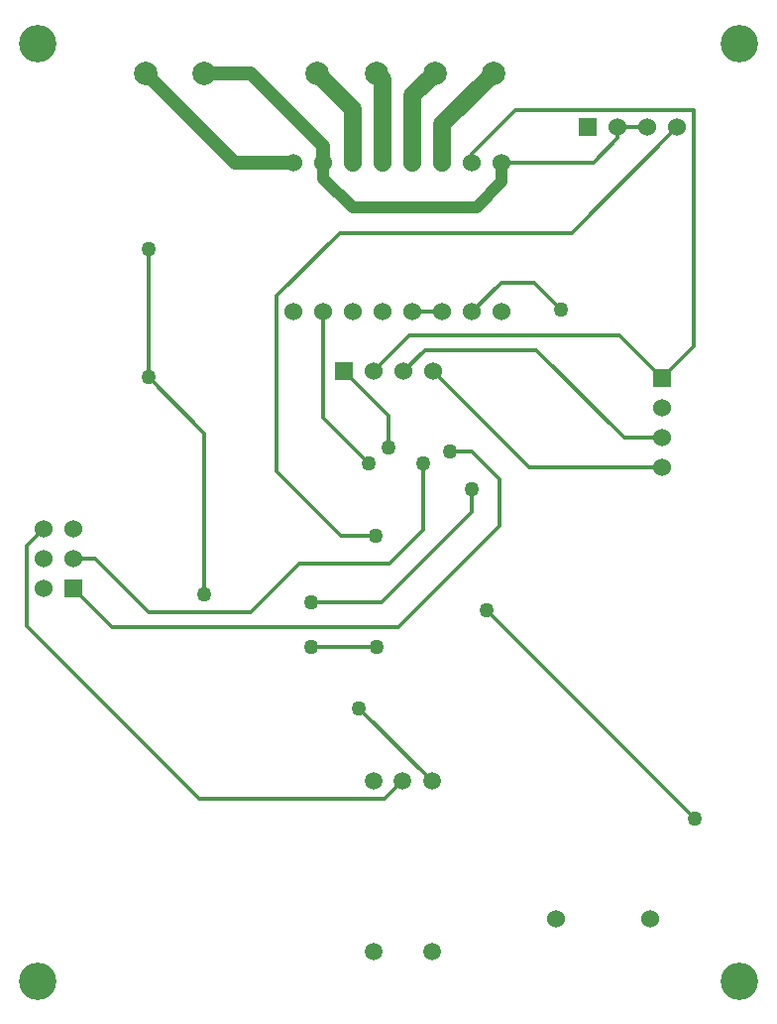
<source format=gbl>
%FSTAX23Y23*%
%MOIN*%
%SFA1B1*%

%IPPOS*%
%ADD50C,0.013780*%
%ADD51C,0.039370*%
%ADD52C,0.059060*%
%ADD53C,0.060000*%
%ADD54R,0.062990X0.062990*%
%ADD55C,0.059370*%
%ADD56R,0.062990X0.062990*%
%ADD57C,0.078740*%
%ADD58C,0.050000*%
%ADD59C,0.125980*%
%ADD60C,0.047240*%
%LNpunkcontroller-pcb-1*%
%LPD*%
G54D50*
X00474Y02125D02*
X00661Y01938D01*
Y01397D02*
Y01938D01*
X00473Y01338D02*
X00817D01*
X00294Y01517D02*
X00473Y01338D01*
X00817D02*
X00978Y01499D01*
X01312Y01287D02*
X01652Y01626D01*
X00349Y01287D02*
X01312D01*
X00219Y01417D02*
X00349Y01287D01*
X00472Y02555D02*
X00474Y02553D01*
Y02125D02*
Y02553D01*
X01707Y03024D02*
X02305D01*
X01561Y02878D02*
X01707Y03024D01*
X01561Y02847D02*
Y02878D01*
X00642Y0071D02*
X01267D01*
X00062Y01289D02*
X00642Y0071D01*
X00062Y01289D02*
Y0156D01*
X01561Y02347D02*
X01659Y02444D01*
X01769*
X0186Y02354*
X01895Y02611D02*
X02249Y02965D01*
X01116Y02611D02*
X01895D01*
X00904Y02399D02*
X01116Y02611D01*
X02072Y01922D02*
X02199D01*
X01775Y02218D02*
X02072Y01922D01*
X01402Y02218D02*
X01775D01*
X01329Y02145D02*
X01402Y02218D01*
X02056Y02265D02*
X02199Y02122D01*
X0135Y02265D02*
X02056D01*
X01229Y02145D02*
X0135Y02265D01*
X01397Y01612D02*
Y01838D01*
X01278Y0189D02*
Y01996D01*
X01284Y01499D02*
X01397Y01612D01*
X00978Y01499D02*
X01284D01*
X00904Y0181D02*
X01121Y01593D01*
X01236*
X01255Y01369D02*
X01559Y01672D01*
Y0175*
X01652Y01626D02*
Y01782D01*
X01559Y01875D02*
X01652Y01782D01*
X01486Y01875D02*
X01559D01*
X01021Y01369D02*
X01255D01*
X00219Y01517D02*
X00294D01*
X01238Y01219D02*
X0124Y01221D01*
X01021Y01219D02*
X01238D01*
X01129Y02145D02*
X01278Y01996D01*
X00904Y0181D02*
Y02399D01*
X01608Y01344D02*
X02309Y00642D01*
X01753Y01822D02*
X02199D01*
X01429Y02145D02*
X01753Y01822D01*
X01267Y0071D02*
X01326Y00769D01*
X00062Y0156D02*
X00119Y01617D01*
X02305Y03024D02*
X02306Y03023D01*
Y02229D02*
Y03023D01*
X02199Y02122D02*
X02306Y02229D01*
X01061Y01989D02*
X01212Y01838D01*
X01061Y01989D02*
Y02347D01*
X01181Y01013D02*
X01425Y00769D01*
X02049Y02929D02*
Y02965D01*
X01968Y02847D02*
X02049Y02929D01*
X01661Y02847D02*
X01968D01*
X02049Y02965D02*
X02149D01*
X01361Y02347D02*
X01461D01*
G54D51*
X01661Y02783D02*
Y02847D01*
X01575Y02697D02*
X01661Y02783D01*
X01158Y02697D02*
X01575D01*
X01061Y02794D02*
X01158Y02697D01*
X01061Y02794D02*
Y02847D01*
G54D52*
X01461Y02976D02*
X01633Y03147D01*
X01461Y02847D02*
Y02976D01*
X01361Y03072D02*
X01436Y03147D01*
X01361Y02847D02*
Y03072D01*
X01239Y03147D02*
X01261Y03125D01*
Y02847D02*
Y03125D01*
X01041Y03147D02*
X01161Y03027D01*
Y02847D02*
Y03027D01*
G54D53*
X02249Y02965D03*
X02149D03*
X02049D03*
X00961Y02847D03*
X01061D03*
X01161D03*
X01261D03*
X01361D03*
X01461D03*
X01561D03*
X01661D03*
Y02347D03*
X01561D03*
X01461D03*
X01361D03*
X01261D03*
X01161D03*
X01061D03*
X00961D03*
X02158Y00308D03*
X01843D03*
X02199Y02022D03*
Y01922D03*
Y01822D03*
X00219Y01517D03*
Y01617D03*
X00119Y01417D03*
Y01517D03*
Y01617D03*
X01229Y02145D03*
X01329D03*
X01429D03*
G54D54*
X01949Y02965D03*
X00219Y01417D03*
X01129Y02145D03*
G54D55*
X01228Y00198D03*
X01425D03*
Y00769D03*
X01326D03*
X01228D03*
G54D56*
X02199Y02122D03*
G54D57*
X01633Y03147D03*
X01436D03*
X01239D03*
X01041D03*
X00462D03*
X00659D03*
G54D58*
X00661Y01397D03*
X00472Y02555D03*
X00474Y02125D03*
X0186Y02354D03*
X01397Y01838D03*
X01278Y0189D03*
X01236Y01593D03*
X01559Y0175D03*
X01486Y01875D03*
X01021Y01369D03*
Y01219D03*
X0124Y01221D03*
X02309Y00642D03*
X01608Y01344D03*
X01212Y01838D03*
X01181Y01013D03*
G54D59*
X0246Y03248D03*
Y00098D03*
X00098D03*
Y03248D03*
G54D60*
X01061Y02847D02*
Y02902D01*
X00816Y03147D02*
X01061Y02902D01*
X00659Y03147D02*
X00816D01*
X00762Y02847D02*
X00961D01*
X00462Y03147D02*
X00762Y02847D01*
M02*
</source>
